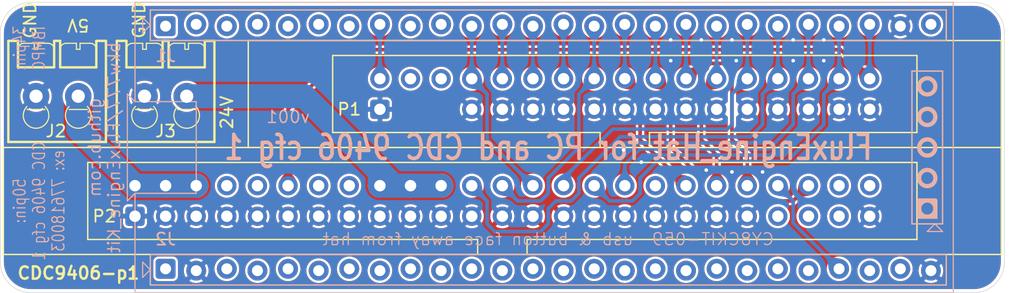
<source format=kicad_pcb>
(kicad_pcb (version 20240108) (generator "pcbnew") (generator_version "8.0")
  (title_block (title "FluxEngine_Hat for PC and CDC 9406 cfg 1") (date "2024-04-24") (rev "001") (company "Brian K. White - b.kenyon.w@gmail.com") (comment 1 "github.com/bkw777/FluxEngine_Kit"))
  (layers (0 "F.Cu" signal) (31 "B.Cu" signal) (34 "B.Paste" user) (35 "F.Paste" user) (36 "B.SilkS" user "B.Silkscreen") (37 "F.SilkS" user "F.Silkscreen") (38 "B.Mask" user) (39 "F.Mask" user) (44 "Edge.Cuts" user))
  (net 0 "")
  (net 1 "GND")
  (net 4 "/SIDE")
  (net 5 "/~{DSB}")
  (net 6 "/~{REDWC}")
  (net 7 "/~{TRK0}")
  (net 8 "/~{MOTB}")
  (net 9 "/~{WGATE}")
  (net 10 "/~{INDEX}")
  (net 11 "/~{WPROT}")
  (net 12 "/~{DSA}")
  (net 13 "/~{MOTA}")
  (net 14 "/~{STEP}")
  (net 15 "/DIR")
  (net 48 "/5VDC")
  (net 49 "/24VDC")
  (net 56 "/~{DSKCHG}")
  (net 60 "/~{WDATA}")
  (net 61 "/~{RDATA}")
  (net 63 "/~{TG43}")
  (footprint "000_LOCAL:IDC-Header_2x17_P2.54mm_Latch_Vertical - FDD" (layer "F.Cu") (at 133.985 93.345 90)
    (property "Reference" "P1" (at 0 -2.54 0) (layer "F.SilkS"))
    (property "Value" "FDD_IBMPC_host")
    (fp_line (start 5.715 -10.922) (end 5.715 51.562) (stroke (width 0.12)) (layer "F.SilkS"))
    (fp_line (start -3.175 -10.922) (end 5.715 -10.922) (stroke (width 0.12)) (layer "F.SilkS"))
    (fp_line (start 4.47 -3.92) (end 4.47 44.56) (stroke (width 0.12)) (layer "F.SilkS"))
    (fp_line (start -1.93 -3.92) (end 4.47 -3.92) (stroke (width 0.12)) (layer "F.SilkS"))
    (fp_line (start -1.93 18.27) (end -1.93 -3.92) (stroke (width 0.12)) (layer "F.SilkS"))
    (fp_line (start -3.175 18.27) (end -1.93 18.27) (stroke (width 0.12)) (layer "F.SilkS"))
    (fp_line (start -1.93 22.37) (end -1.93 22.37) (stroke (width 0.12)) (layer "F.SilkS"))
    (fp_line (start -1.93 22.37) (end -3.175 22.37) (stroke (width 0.12)) (layer "F.SilkS"))
    (fp_line (start 4.47 44.56) (end -1.93 44.56) (stroke (width 0.12)) (layer "F.SilkS"))
    (fp_line (start -1.93 44.56) (end -1.93 22.37) (stroke (width 0.12)) (layer "F.SilkS"))
    (fp_line (start 5.715 51.562) (end -3.175 51.562) (stroke (width 0.12)) (layer "F.SilkS"))
    (fp_line (start -3.175 51.562) (end -3.175 -10.922) (stroke (width 0.12)) (layer "F.SilkS"))
    (pad "1" thru_hole roundrect (at 0 0 90) (size 1.6 1.6) (drill 0.95) (layers "*.Cu" "*.Mask") (roundrect_rratio 0.15625) (net 1 "GND"))
    (pad "2" thru_hole circle (at 2.54 0 90) (size 1.6 1.6) (drill 0.95) (layers "*.Cu" "*.Mask") (net 6 "/~{REDWC}"))
    (pad "4" thru_hole circle (at 2.54 2.54 90) (size 1.6 1.6) (drill 0.95) (layers "*.Cu" "*.Mask"))
    (pad "6" thru_hole circle (at 2.54 5.08 90) (size 1.6 1.6) (drill 0.95) (layers "*.Cu" "*.Mask"))
    (pad "7" thru_hole circle (at 0 7.62 90) (size 1.6 1.6) (drill 0.95) (layers "*.Cu" "*.Mask") (net 1 "GND"))
    (pad "8" thru_hole circle (at 2.54 7.62 90) (size 1.6 1.6) (drill 0.95) (layers "*.Cu" "*.Mask") (net 10 "/~{INDEX}"))
    (pad "9" thru_hole circle (at 0 10.16 90) (size 1.6 1.6) (drill 0.95) (layers "*.Cu" "*.Mask") (net 1 "GND"))
    (pad "10" thru_hole circle (at 2.54 10.16 90) (size 1.6 1.6) (drill 0.95) (layers "*.Cu" "*.Mask") (net 8 "/~{MOTB}"))
    (pad "11" thru_hole circle (at 0 12.7 90) (size 1.6 1.6) (drill 0.95) (layers "*.Cu" "*.Mask") (net 1 "GND"))
    (pad "12" thru_hole circle (at 2.54 12.7 90) (size 1.6 1.6) (drill 0.95) (layers "*.Cu" "*.Mask") (net 12 "/~{DSA}"))
    (pad "13" thru_hole circle (at 0 15.24 90) (size 1.6 1.6) (drill 0.95) (layers "*.Cu" "*.Mask") (net 1 "GND"))
    (pad "14" thru_hole circle (at 2.54 15.24 90) (size 1.6 1.6) (drill 0.95) (layers "*.Cu" "*.Mask") (net 5 "/~{DSB}"))
    (pad "15" thru_hole circle (at 0 17.78 90) (size 1.6 1.6) (drill 0.95) (layers "*.Cu" "*.Mask") (net 1 "GND"))
    (pad "16" thru_hole circle (at 2.54 17.78 90) (size 1.6 1.6) (drill 0.95) (layers "*.Cu" "*.Mask") (net 13 "/~{MOTA}"))
    (pad "17" thru_hole circle (at 0 20.32 90) (size 1.6 1.6) (drill 0.95) (layers "*.Cu" "*.Mask") (net 1 "GND"))
    (pad "18" thru_hole circle (at 2.54 20.32 90) (size 1.6 1.6) (drill 0.95) (layers "*.Cu" "*.Mask") (net 15 "/DIR"))
    (pad "19" thru_hole circle (at 0 22.86 90) (size 1.6 1.6) (drill 0.95) (layers "*.Cu" "*.Mask") (net 1 "GND"))
    (pad "20" thru_hole circle (at 2.54 22.86 90) (size 1.6 1.6) (drill 0.95) (layers "*.Cu" "*.Mask") (net 14 "/~{STEP}"))
    (pad "21" thru_hole circle (at 0 25.4 90) (size 1.6 1.6) (drill 0.95) (layers "*.Cu" "*.Mask") (net 1 "GND"))
    (pad "22" thru_hole circle (at 2.54 25.4 90) (size 1.6 1.6) (drill 0.95) (layers "*.Cu" "*.Mask") (net 60 "/~{WDATA}"))
    (pad "23" thru_hole circle (at 0 27.94 90) (size 1.6 1.6) (drill 0.95) (layers "*.Cu" "*.Mask") (net 1 "GND"))
    (pad "24" thru_hole circle (at 2.54 27.94 90) (size 1.6 1.6) (drill 0.95) (layers "*.Cu" "*.Mask") (net 9 "/~{WGATE}"))
    (pad "25" thru_hole circle (at 0 30.48 90) (size 1.6 1.6) (drill 0.95) (layers "*.Cu" "*.Mask") (net 1 "GND"))
    (pad "26" thru_hole circle (at 2.54 30.48 90) (size 1.6 1.6) (drill 0.95) (layers "*.Cu" "*.Mask") (net 7 "/~{TRK0}"))
    (pad "27" thru_hole circle (at 0 33.02 90) (size 1.6 1.6) (drill 0.95) (layers "*.Cu" "*.Mask") (net 1 "GND"))
    (pad "28" thru_hole circle (at 2.54 33.02 90) (size 1.6 1.6) (drill 0.95) (layers "*.Cu" "*.Mask") (net 11 "/~{WPROT}"))
    (pad "29" thru_hole circle (at 0 35.56 90) (size 1.6 1.6) (drill 0.95) (layers "*.Cu" "*.Mask") (net 1 "GND"))
    (pad "30" thru_hole circle (at 2.54 35.56 90) (size 1.6 1.6) (drill 0.95) (layers "*.Cu" "*.Mask") (net 61 "/~{RDATA}"))
    (pad "31" thru_hole circle (at 0 38.1 90) (size 1.6 1.6) (drill 0.95) (layers "*.Cu" "*.Mask") (net 1 "GND"))
    (pad "32" thru_hole circle (at 2.54 38.1 90) (size 1.6 1.6) (drill 0.95) (layers "*.Cu" "*.Mask") (net 4 "/SIDE"))
    (pad "33" thru_hole circle (at 0 40.64 90) (size 1.6 1.6) (drill 0.95) (layers "*.Cu" "*.Mask") (net 1 "GND"))
    (pad "34" thru_hole circle (at 2.54 40.64 90) (size 1.6 1.6) (drill 0.95) (layers "*.Cu" "*.Mask") (net 56 "/~{DSKCHG}"))
  )
  (footprint "000_LOCAL:IDC-Header_2x25_P2.54mm_Latch_Vertical" (layer "F.Cu") (at 113.665001 102.235001 90)
    (property "Reference" "P2" (at 0 -2.54 0) (layer "F.SilkS"))
    (property "Value" "CDC_9406_type_1")
    (fp_line (start 5.715 -10.922) (end 5.715 71.882) (stroke (width 0.12)) (layer "F.SilkS"))
    (fp_line (start -3.175 -10.922) (end 5.715 -10.922) (stroke (width 0.12)) (layer "F.SilkS"))
    (fp_line (start 4.47 -3.92) (end 4.47 64.88) (stroke (width 0.12)) (layer "F.SilkS"))
    (fp_line (start -1.930001 -3.92) (end 4.47 -3.92) (stroke (width 0.12)) (layer "F.SilkS"))
    (fp_line (start -1.93 28.43) (end -1.930001 -3.92) (stroke (width 0.12)) (layer "F.SilkS"))
    (fp_line (start -3.175 28.43) (end -1.93 28.43) (stroke (width 0.12)) (layer "F.SilkS"))
    (fp_line (start -1.93 32.530001) (end -1.93 32.530001) (stroke (width 0.12)) (layer "F.SilkS"))
    (fp_line (start -1.93 32.530001) (end -3.175 32.530001) (stroke (width 0.12)) (layer "F.SilkS"))
    (fp_line (start 4.47 64.88) (end -1.93 64.88) (stroke (width 0.12)) (layer "F.SilkS"))
    (fp_line (start -1.93 64.88) (end -1.93 32.530001) (stroke (width 0.12)) (layer "F.SilkS"))
    (fp_line (start 5.715 71.882) (end -3.175 71.882001) (stroke (width 0.12)) (layer "F.SilkS"))
    (fp_line (start -3.175 71.882001) (end -3.175 -10.922) (stroke (width 0.12)) (layer "F.SilkS"))
    (pad "1" thru_hole roundrect (at 0 0 90) (size 1.6 1.6) (drill 0.95) (layers "*.Cu" "*.Mask") (roundrect_rratio 0.15625) (net 1 "GND"))
    (pad "2" thru_hole circle (at 2.54 0 90) (size 1.6 1.6) (drill 0.95) (layers "*.Cu" "*.Mask") (net 48 "/5VDC"))
    (pad "3" thru_hole circle (at 0 2.54 90) (size 1.6 1.6) (drill 0.95) (layers "*.Cu" "*.Mask") (net 1 "GND"))
    (pad "4" thru_hole circle (at 2.54 2.54 90) (size 1.6 1.6) (drill 0.95) (layers "*.Cu" "*.Mask") (net 48 "/5VDC"))
    (pad "5" thru_hole circle (at 0 5.079999 90) (size 1.6 1.6) (drill 0.95) (layers "*.Cu" "*.Mask") (net 1 "GND"))
    (pad "6" thru_hole circle (at 2.54 5.08 90) (size 1.6 1.6) (drill 0.95) (layers "*.Cu" "*.Mask") (net 48 "/5VDC"))
    (pad "7" thru_hole circle (at 0 7.62 90) (size 1.6 1.6) (drill 0.95) (layers "*.Cu" "*.Mask") (net 1 "GND"))
    (pad "8" thru_hole circle (at 2.54 7.62 90) (size 1.6 1.6) (drill 0.95) (layers "*.Cu" "*.Mask"))
    (pad "9" thru_hole circle (at 0 10.16 90) (size 1.6 1.6) (drill 0.95) (layers "*.Cu" "*.Mask") (net 1 "GND"))
    (pad "10" thru_hole circle (at 2.54 10.16 90) (size 1.6 1.6) (drill 0.95) (layers "*.Cu" "*.Mask"))
    (pad "11" thru_hole circle (at 0 12.7 90) (size 1.6 1.6) (drill 0.95) (layers "*.Cu" "*.Mask") (net 1 "GND"))
    (pad "12" thru_hole circle (at 2.54 12.7 90) (size 1.6 1.6) (drill 0.95) (layers "*.Cu" "*.Mask") (net 56 "/~{DSKCHG}"))
    (pad "13" thru_hole circle (at 0 15.24 90) (size 1.6 1.6) (drill 0.95) (layers "*.Cu" "*.Mask") (net 1 "GND"))
    (pad "14" thru_hole circle (at 2.54 15.24 90) (size 1.6 1.6) (drill 0.95) (layers "*.Cu" "*.Mask"))
    (pad "15" thru_hole circle (at 0 17.780001 90) (size 1.6 1.6) (drill 0.95) (layers "*.Cu" "*.Mask") (net 1 "GND"))
    (pad "16" thru_hole circle (at 2.54 17.78 90) (size 1.6 1.6) (drill 0.95) (layers "*.Cu" "*.Mask"))
    (pad "17" thru_hole circle (at 0 20.32 90) (size 1.6 1.6) (drill 0.95) (layers "*.Cu" "*.Mask") (net 1 "GND"))
    (pad "18" thru_hole circle (at 2.54 20.32 90) (size 1.6 1.6) (drill 0.95) (layers "*.Cu" "*.Mask") (net 49 "/24VDC"))
    (pad "19" thru_hole circle (at 0 22.86 90) (size 1.6 1.6) (drill 0.95) (layers "*.Cu" "*.Mask") (net 1 "GND"))
    (pad "20" thru_hole circle (at 2.54 22.86 90) (size 1.6 1.6) (drill 0.95) (layers "*.Cu" "*.Mask") (net 49 "/24VDC"))
    (pad "21" thru_hole circle (at 0 25.4 90) (size 1.6 1.6) (drill 0.95) (layers "*.Cu" "*.Mask") (net 1 "GND"))
    (pad "22" thru_hole circle (at 2.54 25.4 90) (size 1.6 1.6) (drill 0.95) (layers "*.Cu" "*.Mask") (net 49 "/24VDC"))
    (pad "23" thru_hole circle (at 0 27.939999 90) (size 1.6 1.6) (drill 0.95) (layers "*.Cu" "*.Mask") (net 1 "GND"))
    (pad "24" thru_hole circle (at 2.54 27.94 90) (size 1.6 1.6) (drill 0.95) (layers "*.Cu" "*.Mask") (net 11 "/~{WPROT}"))
    (pad "25" thru_hole circle (at 0 30.48 90) (size 1.6 1.6) (drill 0.95) (layers "*.Cu" "*.Mask") (net 1 "GND"))
    (pad "26" thru_hole circle (at 2.54 30.48 90) (size 1.6 1.6) (drill 0.95) (layers "*.Cu" "*.Mask") (net 13 "/~{MOTA}"))
    (pad "27" thru_hole circle (at 0 33.02 90) (size 1.6 1.6) (drill 0.95) (layers "*.Cu" "*.Mask") (net 1 "GND"))
    (pad "28" thru_hole circle (at 2.54 33.02 90) (size 1.6 1.6) (drill 0.95) (layers "*.Cu" "*.Mask") (net 10 "/~{INDEX}"))
    (pad "29" thru_hole circle (at 0 35.56 90) (size 1.6 1.6) (drill 0.95) (layers "*.Cu" "*.Mask") (net 1 "GND"))
    (pad "30" thru_hole circle (at 2.54 35.56 90) (size 1.6 1.6) (drill 0.95) (layers "*.Cu" "*.Mask") (net 7 "/~{TRK0}"))
    (pad "31" thru_hole circle (at 0 38.099999 90) (size 1.6 1.6) (drill 0.95) (layers "*.Cu" "*.Mask") (net 1 "GND"))
    (pad "32" thru_hole circle (at 2.54 38.1 90) (size 1.6 1.6) (drill 0.95) (layers "*.Cu" "*.Mask") (net 4 "/SIDE"))
    (pad "33" thru_hole circle (at 0 40.640001 90) (size 1.6 1.6) (drill 0.95) (layers "*.Cu" "*.Mask") (net 1 "GND"))
    (pad "34" thru_hole circle (at 2.54 40.64 90) (size 1.6 1.6) (drill 0.95) (layers "*.Cu" "*.Mask") (net 61 "/~{RDATA}"))
    (pad "35" thru_hole circle (at 0 43.18 90) (size 1.6 1.6) (drill 0.95) (layers "*.Cu" "*.Mask") (net 1 "GND"))
    (pad "36" thru_hole circle (at 2.54 43.18 90) (size 1.6 1.6) (drill 0.95) (layers "*.Cu" "*.Mask"))
    (pad "37" thru_hole circle (at 0 45.72 90) (size 1.6 1.6) (drill 0.95) (layers "*.Cu" "*.Mask") (net 1 "GND"))
    (pad "38" thru_hole circle (at 2.54 45.72 90) (size 1.6 1.6) (drill 0.95) (layers "*.Cu" "*.Mask") (net 15 "/DIR"))
    (pad "39" thru_hole circle (at 0 48.26 90) (size 1.6 1.6) (drill 0.95) (layers "*.Cu" "*.Mask") (net 1 "GND"))
    (pad "40" thru_hole circle (at 2.54 48.26 90) (size 1.6 1.6) (drill 0.95) (layers "*.Cu" "*.Mask") (net 9 "/~{WGATE}"))
    (pad "41" thru_hole circle (at 0 50.799999 90) (size 1.6 1.6) (drill 0.95) (layers "*.Cu" "*.Mask") (net 1 "GND"))
    (pad "42" thru_hole circle (at 2.54 50.8 90) (size 1.6 1.6) (drill 0.95) (layers "*.Cu" "*.Mask") (net 60 "/~{WDATA}"))
    (pad "43" thru_hole circle (at 0 53.34 90) (size 1.6 1.6) (drill 0.95) (layers "*.Cu" "*.Mask"))
    (pad "44" thru_hole circle (at 2.54 53.34 90) (size 1.6 1.6) (drill 0.95) (layers "*.Cu" "*.Mask") (net 63 "/~{TG43}"))
    (pad "45" thru_hole circle (at 0 55.88 90) (size 1.6 1.6) (drill 0.95) (layers "*.Cu" "*.Mask"))
    (pad "46" thru_hole circle (at 2.54 55.88 90) (size 1.6 1.6) (drill 0.95) (layers "*.Cu" "*.Mask") (net 14 "/~{STEP}"))
    (pad "47" thru_hole circle (at 0 58.42 90) (size 1.6 1.6) (drill 0.95) (layers "*.Cu" "*.Mask"))
    (pad "48" thru_hole circle (at 2.54 58.42 90) (size 1.6 1.6) (drill 0.95) (layers "*.Cu" "*.Mask"))
    (pad "49" thru_hole circle (at 0 60.959999 90) (size 1.6 1.6) (drill 0.95) (layers "*.Cu" "*.Mask") (net 1 "GND"))
    (pad "50" thru_hole circle (at 2.54 60.96 90) (size 1.6 1.6) (drill 0.95) (layers "*.Cu" "*.Mask"))
  )
  (footprint "000_LOCAL:ScrewTerminal_1x02_P3.5mm_vertical" (layer "F.Cu") (at 107.205001 91.859999)
    (property "Reference" "J2" (at -0.1 3.3 0) (layer "F.SilkS") (effects (font (size 1.000843 1.000843))))
    (property "Value" "5V" (at 1.75 -5.5 180) (layer "F.SilkS"))
    (fp_line (start -4.05 -4.2) (end -4.05 4.2) (stroke (width 0.2)) (layer "F.SilkS"))
    (fp_line (start -4.05 4.2) (end 4.05 4.2) (stroke (width 0.2)) (layer "F.SilkS"))
    (fp_line (start -3.25 -4.2) (end -4.05 -4.2) (stroke (width 0.2)) (layer "F.SilkS"))
    (fp_line (start -3.25 -2) (end -3.25 -4.2) (stroke (width 0.2)) (layer "F.SilkS"))
    (fp_line (start -2.75 -4) (end -1.9 -4) (stroke (width 0.1)) (layer "F.SilkS"))
    (fp_line (start -2.5 1.5) (end -1 1.5) (stroke (width 0.1)) (layer "F.SilkS"))
    (fp_line (start -1.9 -4) (end -1.9 -3.5) (stroke (width 0.1)) (layer "F.SilkS"))
    (fp_line (start -1.9 -3.5) (end -1.6 -3.5) (stroke (width 0.1)) (layer "F.SilkS"))
    (fp_line (start -1.6 -3.999998) (end -0.75 -3.999998) (stroke (width 0.1)) (layer "F.SilkS"))
    (fp_line (start -1.6 -3.5) (end -1.6 -4) (stroke (width 0.1)) (layer "F.SilkS"))
    (fp_line (start -0.25 -2) (end -3.25 -2) (stroke (width 0.2)) (layer "F.SilkS"))
    (fp_line (start -0.25 -2) (end -0.25 -4.2) (stroke (width 0.2)) (layer "F.SilkS"))
    (fp_line (start 0.25 -4.2) (end -0.25 -4.2) (stroke (width 0.2)) (layer "F.SilkS"))
    (fp_line (start 0.25 -2) (end 0.25 -4.2) (stroke (width 0.2)) (layer "F.SilkS"))
    (fp_line (start 0.75 -3.999998) (end 1.6 -3.999998) (stroke (width 0.1)) (layer "F.SilkS"))
    (fp_line (start 1 1.5) (end 2.5 1.5) (stroke (width 0.1)) (layer "F.SilkS"))
    (fp_line (start 1.6 -4) (end 1.6 -3.5) (stroke (width 0.1)) (layer "F.SilkS"))
    (fp_line (start 1.6 -3.499998) (end 1.9 -3.499998) (stroke (width 0.1)) (layer "F.SilkS"))
    (fp_line (start 1.9 -3.999998) (end 2.75 -3.999998) (stroke (width 0.1)) (layer "F.SilkS"))
    (fp_line (start 1.9 -3.499998) (end 1.9 -3.999998) (stroke (width 0.1)) (layer "F.SilkS"))
    (fp_line (start 3.25 -2) (end 0.25 -2) (stroke (width 0.2)) (layer "F.SilkS"))
    (fp_line (start 3.25 -2) (end 3.25 -4.2) (stroke (width 0.2)) (layer "F.SilkS"))
    (fp_line (start 4.05 -4.2) (end 3.25 -4.2) (stroke (width 0.2)) (layer "F.SilkS"))
    (fp_line (start 4.05 4.2) (end 4.05 -4.2) (stroke (width 0.2)) (layer "F.SilkS"))
    (fp_arc (start -3.25 -3.5) (mid -3.103553 -3.853553) (end -2.75 -4) (stroke (width 0.1)) (layer "F.SilkS"))
    (fp_arc (start -1 1.25) (mid -1.75 3.06066) (end -2.5 1.25) (stroke (width 0.1)) (layer "F.SilkS"))
    (fp_arc (start -0.75 -3.999998) (mid -0.396447 -3.853552) (end -0.250001 -3.499999) (stroke (width 0.1)) (layer "F.SilkS"))
    (fp_arc (start 0.25 -3.5) (mid 0.396447 -3.853553) (end 0.75 -4) (stroke (width 0.1)) (layer "F.SilkS"))
    (fp_arc (start 2.5 1.25) (mid 1.75 3.06066) (end 1 1.25) (stroke (width 0.1)) (layer "F.SilkS"))
    (fp_arc (start 2.75 -3.999998) (mid 3.103552 -3.853552) (end 3.249999 -3.499999) (stroke (width 0.1)) (layer "F.SilkS"))
    (pad "1" thru_hole circle (at -1.75 0.4) (size 2.2 2.2) (drill 1.1) (layers "*.Cu" "*.Mask") (net 1 "GND") (thermal_bridge_width 0.6))
    (pad "2" thru_hole circle (at 1.75 0.4) (size 2.2 2.2) (drill 1.1) (layers "*.Cu" "*.Mask") (net 48 "/5VDC"))
  )
  (footprint "000_LOCAL:ScrewTerminal_1x02_P3.5mm_vertical" (layer "F.Cu") (at 116.205001 91.859999)
    (property "Reference" "J3" (at 0 3.3 0) (layer "F.SilkS") (effects (font (size 1.000843 1.000843))))
    (property "Value" "24V" (at 4.5 1.75 90) (layer "F.SilkS") (effects (justify top)))
    (fp_line (start -4.05 -4.2) (end -4.05 4.2) (stroke (width 0.2)) (layer "F.SilkS"))
    (fp_line (start -4.05 4.2) (end 4.05 4.2) (stroke (width 0.2)) (layer "F.SilkS"))
    (fp_line (start -3.250001 -4.2) (end -4.05 -4.2) (stroke (width 0.2)) (layer "F.SilkS"))
    (fp_line (start -3.25 -2.000001) (end -3.250001 -4.2) (stroke (width 0.2)) (layer "F.SilkS"))
    (fp_line (start -2.75 -4) (end -1.9 -4) (stroke (width 0.1)) (layer "F.SilkS"))
    (fp_line (start -2.5 1.5) (end -1 1.5) (stroke (width 0.1)) (layer "F.SilkS"))
    (fp_line (start -1.9 -4) (end -1.9 -3.5) (stroke (width 0.1)) (layer "F.SilkS"))
    (fp_line (start -1.9 -3.5) (end -1.6 -3.5) (stroke (width 0.1)) (layer "F.SilkS"))
    (fp_line (start -1.6 -3.999998) (end -0.75 -3.999998) (stroke (width 0.1)) (layer "F.SilkS"))
    (fp_line (start -1.6 -3.5) (end -1.6 -4) (stroke (width 0.1)) (layer "F.SilkS"))
    (fp_line (start -0.25 -2) (end -3.25 -2.000001) (stroke (width 0.2)) (layer "F.SilkS"))
    (fp_line (start -0.25 -2) (end -0.25 -4.2) (stroke (width 0.2)) (layer "F.SilkS"))
    (fp_line (start 0.25 -4.2) (end -0.25 -4.2) (stroke (width 0.2)) (layer "F.SilkS"))
    (fp_line (start 0.25 -2) (end 0.25 -4.2) (stroke (width 0.2)) (layer "F.SilkS"))
    (fp_line (start 0.75 -3.999998) (end 1.6 -3.999998) (stroke (width 0.1)) (layer "F.SilkS"))
    (fp_line (start 1 1.5) (end 2.5 1.5) (stroke (width 0.1)) (layer "F.SilkS"))
    (fp_line (start 1.6 -4) (end 1.6 -3.5) (stroke (width 0.1)) (layer "F.SilkS"))
    (fp_line (start 1.6 -3.499998) (end 1.9 -3.499998) (stroke (width 0.1)) (layer "F.SilkS"))
    (fp_line (start 1.9 -3.999998) (end 2.75 -3.999998) (stroke (width 0.1)) (layer "F.SilkS"))
    (fp_line (start 1.9 -3.499998) (end 1.9 -3.999998) (stroke (width 0.1)) (layer "F.SilkS"))
    (fp_line (start 3.25 -2.000001) (end 0.25 -2) (stroke (width 0.2)) (layer "F.SilkS"))
    (fp_line (start 3.25 -2.000001) (end 3.250001 -4.2) (stroke (width 0.2)) (layer "F.SilkS"))
    (fp_line (start 4.05 -4.2) (end 3.250001 -4.2) (stroke (width 0.2)) (layer "F.SilkS"))
    (fp_line (start 4.05 4.2) (end 4.05 -4.2) (stroke (width 0.2)) (layer "F.SilkS"))
    (fp_arc (start -3.25 -3.5) (mid -3.103553 -3.853553) (end -2.75 -4) (stroke (width 0.1)) (layer "F.SilkS"))
    (fp_arc (start -1 1.25) (mid -1.75 3.06066) (end -2.499999 1.25) (stroke (width 0.1)) (layer "F.SilkS"))
    (fp_arc (start -0.75 -3.999998) (mid -0.396447 -3.853552) (end -0.25 -3.499999) (stroke (width 0.1)) (layer "F.SilkS"))
    (fp_arc (start 0.25 -3.5) (mid 0.396447 -3.853553) (end 0.75 -4) (stroke (width 0.1)) (layer "F.SilkS"))
    (fp_arc (start 2.499999 1.25) (mid 1.749999 3.06066) (end 1 1.25) (stroke (width 0.1)) (layer "F.SilkS"))
    (fp_arc (start 2.75 -3.999998) (mid 3.103552 -3.853552) (end 3.249999 -3.499999) (stroke (width 0.1)) (layer "F.SilkS"))
    (pad "1" thru_hole circle (at -1.75 0.4) (size 2.2 2.2) (drill 1.1) (layers "*.Cu" "*.Mask") (net 1 "GND") (thermal_bridge_width 0.6))
    (pad "2" thru_hole circle (at 1.75 0.4) (size 2.2 2.2) (drill 1.1) (layers "*.Cu" "*.Mask") (net 49 "/24VDC"))
  )
  (footprint "000_LOCAL:CY8CKIT-059 dry fit" (layer "B.Cu") (at 116.205001 86.359999 -90)
    (property "Reference" "J1" (hide yes))
    (property "Value" "CY8CKIT-059")
    (fp_line (start 14.605 3.175) (end 5.715 3.175) (stroke (width 0.1)) (layer "B.SilkS"))
    (fp_line (start 6.35 2.54) (end 5.715 3.175) (stroke (width 0.1)) (layer "B.SilkS"))
    (fp_line (start 6.35 2.54) (end -1.905 2.54) (stroke (width 0.1)) (layer "B.SilkS"))
    (fp_line (start 6.35 2.54) (end 6.35 -2.54) (stroke (width 0.1)) (layer "B.SilkS"))
    (fp_line (start 13.97 2.54) (end 14.605 3.175) (stroke (width 0.1)) (layer "B.SilkS"))
    (fp_line (start 22.225 2.54) (end 13.97 2.54) (stroke (width 0.1)) (layer "B.SilkS"))
    (fp_line (start 22.225 2.54) (end 22.225 -65.3542) (stroke (width 0.1)) (layer "B.SilkS"))
    (fp_line (start -0.635 1.905) (end 0 1.27) (stroke (width 0.1)) (layer "B.SilkS"))
    (fp_line (start 0.635 1.905) (end -0.635 1.905) (stroke (width 0.1)) (layer "B.SilkS"))
    (fp_line (start 19.685 1.905) (end 20.32 1.27) (stroke (width 0.1)) (layer "B.SilkS"))
    (fp_line (start 20.955 1.905) (end 19.685 1.905) (stroke (width 0.1)) (layer "B.SilkS"))
    (fp_line (start 0 1.27) (end 0.635 1.905) (stroke (width 0.1)) (layer "B.SilkS"))
    (fp_line (start 1.27 1.27) (end -1.27 1.27) (stroke (width 0.12)) (layer "B.SilkS"))
    (fp_line (start 20.32 1.27) (end 20.955 1.905) (stroke (width 0.1)) (layer "B.SilkS"))
    (fp_line (start 21.59 1.27) (end 19.05 1.27) (stroke (width 0.12)) (layer "B.SilkS"))
    (fp_line (start 6.35 -2.54) (end 13.97 -2.54) (stroke (width 0.1)) (layer "B.SilkS"))
    (fp_line (start 13.97 -2.54) (end 13.97 2.54) (stroke (width 0.1)) (layer "B.SilkS"))
    (fp_line (start 3.809998 -61.9252) (end 16.509999 -61.925199) (stroke (width 0.12)) (layer "B.SilkS"))
    (fp_line (start 17.145 -63.1952) (end 16.51 -63.8302) (stroke (width 0.1)) (layer "B.SilkS"))
    (fp_line (start 16.51 -63.8302) (end 17.145 -64.4652) (stroke (width 0.1)) (layer "B.SilkS"))
    (fp_line (start 3.809998 -64.4652) (end 3.809998 -61.9252) (stroke (width 0.12)) (layer "B.SilkS"))
    (fp_line (start 3.809998 -64.4652) (end 16.509999 -64.465201) (stroke (width 0.12)) (layer "B.SilkS"))
    (fp_line (start 17.145 -64.4652) (end 17.145 -63.1952) (stroke (width 0.1)) (layer "B.SilkS"))
    (fp_line (start 16.509999 -64.465201) (end 16.509999 -61.925199) (stroke (width 0.12)) (layer "B.SilkS"))
    (fp_line (start -1.27 -64.77) (end -1.27 1.27) (stroke (width 0.12)) (layer "B.SilkS"))
    (fp_line (start 1.27 -64.77) (end 1.27 1.27) (stroke (width 0.12)) (layer "B.SilkS"))
    (fp_line (start 1.27 -64.77) (end -1.27 -64.77) (stroke (width 0.12)) (layer "B.SilkS"))
    (fp_line (start 19.05 -64.77) (end 19.05 1.27) (stroke (width 0.12)) (layer "B.SilkS"))
    (fp_line (start 21.59 -64.77) (end 21.59 1.27) (stroke (width 0.12)) (layer "B.SilkS"))
    (fp_line (start 21.59 -64.77) (end 19.05 -64.77) (stroke (width 0.12)) (layer "B.SilkS"))
    (fp_line (start -1.905 -65.3542) (end -1.905 2.54) (stroke (width 0.1)) (layer "B.SilkS"))
    (fp_line (start 22.225 -65.3542) (end -1.905 -65.3542) (stroke (width 0.1)) (layer "B.SilkS"))
    (fp_rect (start 15.9131 -63.8683) (end 14.5669 -62.5221) (stroke (width 0.35052)) (fill none) (layer "B.SilkS"))
    (fp_circle (center 5.08 -63.1952) (end 5.7531 -63.1952) (stroke (width 0.35052)) (fill none) (layer "B.SilkS"))
    (fp_circle (center 7.62 -63.1952) (end 8.2931 -63.1952) (stroke (width 0.35052)) (fill none) (layer "B.SilkS"))
    (fp_circle (center 10.16 -63.1952) (end 10.8331 -63.1952) (stroke (width 0.35052)) (fill none) (layer "B.SilkS"))
    (fp_circle (center 12.7 -63.1952) (end 13.3731 -63.1952) (stroke (width 0.35052)) (fill none) (layer "B.SilkS"))
    (fp_circle (center 15.24 -63.1952) (end 15.9131 -63.1952) (stroke (width 0.35052)) (fill none) (layer "B.SilkS"))
    (fp_text user "J2" (at 17.78 0 0) (layer "B.SilkS") (effects (justify mirror)))
    (fp_text user "J1" (at 2.54 0 0) (layer "B.SilkS") (effects (justify mirror)))
    (pad "J1_1" thru_hole roundrect (at 0.0762 0 270) (size 1.651 1.651) (drill 0.9144) (layers "*.Cu" "*.Mask") (roundrect_rratio 0.1514233798))
    (pad "J1_2" thru_hole circle (at -0.0762 -2.54 270) (size 1.651 1.651) (drill 0.9144) (layers "*.Cu" "*.Mask"))
    (pad "J1_3" thru_hole circle (at 0.0762 -5.08 270) (size 1.651 1.651) (drill 0.9144) (layers "*.Cu" "*.Mask"))
    (pad "J1_4" thru_hole circle (at -0.0762 -7.62 270) (size 1.651 1.651) (drill 0.9144) (layers "*.Cu" "*.Mask"))
    (pad "J1_5" thru_hole circle (at 0.0762 -10.16 270) (size 1.651 1.651) (drill 0.9144) (layers "*.Cu" "*.Mask"))
    (pad "J1_6" thru_hole circle (at -0.0762 -12.7 270) (size 1.651 1.651) (drill 0.9144) (layers "*.Cu" "*.Mask"))
    (pad "J1_7" thru_hole circle (at 0.0762 -15.24 270) (size 1.651 1.651) (drill 0.9144) (layers "*.Cu" "*.Mask"))
    (pad "J1_8" thru_hole circle (at -0.0762 -17.78 270) (size 1.651 1.651) (drill 0.9144) (layers "*.Cu" "*.Mask") (net 6 "/~{REDWC}"))
    (pad "J1_9" thru_hole circle (at 0.0762 -20.32 270) (size 1.651 1.651) (drill 0.9144) (layers "*.Cu" "*.Mask"))
    (pad "J1_10" thru_hole circle (at -0.0762 -22.86 270) (size 1.651 1.651) (drill 0.9144) (layers "*.Cu" "*.Mask"))
    (pad "J1_11" thru_hole circle (at 0.0762 -25.4 270) (size 1.651 1.651) (drill 0.9144) (layers "*.Cu" "*.Mask") (net 10 "/~{INDEX}"))
    (pad "J1_12" thru_hole circle (at -0.0762 -27.94 270) (size 1.651 1.651) (drill 0.9144) (layers "*.Cu" "*.Mask") (net 8 "/~{MOTB}"))
    (pad "J1_13" thru_hole circle (at 0.0762 -30.48 270) (size 1.651 1.651) (drill 0.9144) (layers "*.Cu" "*.Mask") (net 12 "/~{DSA}"))
    (pad "J1_14" thru_hole circle (at -0.0762 -33.02 270) (size 1.651 1.651) (drill 0.9144) (layers "*.Cu" "*.Mask") (net 5 "/~{DSB}"))
    (pad "J1_15" thru_hole circle (at 0.0762 -35.56 270) (size 1.651 1.651) (drill 0.9144) (layers "*.Cu" "*.Mask") (net 13 "/~{MOTA}"))
    (pad "J1_16" thru_hole circle (at -0.0762 -38.1 270) (size 1.651 1.651) (drill 0.9144) (layers "*.Cu" "*.Mask") (net 15 "/DIR"))
    (pad "J1_17" thru_hole circle (at 0.0762 -40.64 270) (size 1.651 1.651) (drill 0.9144) (layers "*.Cu" "*.Mask") (net 14 "/~{STEP}"))
    (pad "J1_18" thru_hole circle (at -0.0762 -43.18 270) (size 1.651 1.651) (drill 0.9144) (layers "*.Cu" "*.Mask") (net 60 "/~{WDATA}"))
    (pad "J1_19" thru_hole circle (at 0.0762 -45.72 270) (size 1.651 1.651) (drill 0.9144) (layers "*.Cu" "*.Mask") (net 9 "/~{WGATE}"))
    (pad "J1_20" thru_hole circle (at -0.0762 -48.26 270) (size 1.651 1.651) (drill 0.9144) (layers "*.Cu" "*.Mask") (net 7 "/~{TRK0}"))
    (pad "J1_21" thru_hole circle (at 0.0762 -50.8 270) (size 1.651 1.651) (drill 0.9144) (layers "*.Cu" "*.Mask") (net 11 "/~{WPROT}"))
    (pad "J1_22" thru_hole circle (at -0.0762 -53.34 270) (size 1.651 1.651) (drill 0.9144) (layers "*.Cu" "*.Mask") (net 61 "/~{RDATA}"))
    (pad "J1_23" thru_hole circle (at 0.0762 -55.88 270) (size 1.651 1.651) (drill 0.9144) (layers "*.Cu" "*.Mask") (net 4 "/SIDE"))
    (pad "J1_24" thru_hole circle (at -0.0762 -58.42 270) (size 1.651 1.651) (drill 0.9144) (layers "*.Cu" "*.Mask") (net 56 "/~{DSKCHG}"))
    (pad "J1_25" thru_hole circle (at 0.0762 -60.96 270) (size 1.651 1.651) (drill 0.9144) (layers "*.Cu" "*.Mask") (net 1 "GND"))
    (pad "J1_26" thru_hole circle (at -0.0762 -63.5 270) (size 1.651 1.651) (drill 0.9144) (layers "*.Cu" "*.Mask"))
    (pad "J2_1" thru_hole roundrect (at 20.2438 0 270) (size 1.651 1.651) (drill 0.9144) (layers "*.Cu" "*.Mask") (roundrect_rratio 0.1514233798))
    (pad "J2_2" thru_hole circle (at 20.3962 -2.54 270) (size 1.651 1.651) (drill 0.9144) (layers "*.Cu" "*.Mask") (net 1 "GND"))
    (pad "J2_3" thru_hole circle (at 20.2438 -5.08 270) (size 1.651 1.651) (drill 0.9144) (layers "*.Cu" "*.Mask"))
    (pad "J2_4" thru_hole circle (at 20.3962 -7.62 270) (size 1.651 1.651) (drill 0.9144) (layers "*.Cu" "*.Mask"))
    (pad "J2_5" thru_hole circle (at 20.2438 -10.16 270) (size 1.651 1.651) (drill 0.9144) (layers "*.Cu" "*.Mask"))
    (pad "J2_6" thru_hole circle (at 20.3962 -12.7 270) (size 1.651 1.651) (drill 0.9144) (layers "*.Cu" "*.Mask"))
    (pad "J2_7" thru_hole circle (at 20.2438 -15.24 270) (size 1.651 1.651) (drill 0.9144) (layers "*.Cu" "*.Mask"))
    (pad "J2_8" thru_hole circle (at 20.3962 -17.78 270) (size 1.651 1.651) (drill 0.9144) (layers "*.Cu" "*.Mask"))
    (pad "J2_9" thru_hole circle (at 20.2438 -20.32 270) (size 1.651 1.651) (drill 0.9144) (layers "*.Cu" "*.Mask"))
    (pad "J2_10" thru_hole circle (at 20.3962 -22.86 270) (size 1.651 1.651) (drill 0.9144) (layers "*.Cu" "*.Mask"))
    (pad "J2_11" thru_hole circle (at 20.2438 -25.4 270) (size 1.651 1.651) (drill 0.9144) (layers "*.Cu" "*.Mask"))
    (pad "J2_12" thru_hole circle (at 20.3962 -27.94 270) (size 1.651 1.651) (drill 0.9144) (layers "*.Cu" "*.Mask"))
    (pad "J2_13" thru_hole circle (at 20.2438 -30.48 270) (size 1.651 1.651) (drill 0.9144) (layers "*.Cu" "*.Mask"))
    (pad "J2_14" thru_hole circle (at 20.3962 -33.02 270) (size 1.651 1.651) (drill 0.9144) (layers "*.Cu" "*.Mask"))
    (pad "J2_15" thru_hole circle (at 20.2438 -35.56 270) (size 1.651 1.651) (drill 0.9144) (layers "*.Cu" "*.Mask"))
    (pad "J2_16" thru_hole circle (at 20.3962 -38.1 270) (size 1.651 1.651) (drill 0.9144) (layers "*.Cu" "*.Mask"))
    (pad "J2_17" thru_hole circle (at 20.2438 -40.64 270) (size 1.651 1.651) (drill 0.9144) (layers "*.Cu" "*.Mask"))
    (pad "J2_18" thru_hole circle (at 20.3962 -43.18 270) (size 1.651 1.651) (drill 0.9144) (layers "*.Cu" "*.Mask"))
    (pad "J2_19" thru_hole circle (at 20.2438 -45.72 270) (size 1.651 1.651) (drill 0.9144) (layers "*.Cu" "*.Mask"))
    (pad "J2_20" thru_hole circle (at 20.3962 -48.26 270) (size 1.651 1.651) (drill 0.9144) (layers "*.Cu" "*.Mask"))
    (pad "J2_21" thru_hole circle (at 20.2438 -50.8 270) (size 1.651 1.651) (drill 0.9144) (layers "*.Cu" "*.Mask"))
    (pad "J2_22" thru_hole circle (at 20.3962 -53.34 270) (size 1.651 1.651) (drill 0.9144) (layers "*.Cu" "*.Mask"))
    (pad "J2_23" thru_hole circle (at 20.2438 -55.88 270) (size 1.651 1.651) (drill 0.9144) (layers "*.Cu" "*.Mask") (net 63 "/~{TG43}"))
    (pad "J2_24" thru_hole circle (at 20.3962 -58.42 270) (size 1.651 1.651) (drill 0.9144) (layers "*.Cu" "*.Mask"))
    (pad "J2_25" thru_hole circle (at 20.2438 -60.96 270) (size 1.651 1.651) (drill 0.9144) (layers "*.Cu" "*.Mask"))
    (pad "J2_26" thru_hole circle (at 20.3962 -63.5 270) (size 1.651 1.651) (drill 0.9144) (layers "*.Cu" "*.Mask") (net 1 "GND"))
  )
  (gr_arc (start 183.261 84.455001) (mid 185.057051 85.198949) (end 185.801 86.995) (stroke (width 0.05)) (layer "Edge.Cuts"))
  (gr_arc (start 102.489 86.995) (mid 103.232949 85.198948) (end 105.029001 84.454999) (stroke (width 0.05)) (layer "Edge.Cuts"))
  (gr_arc (start 185.801 106.045) (mid 185.057051 107.841051) (end 183.261 108.585) (stroke (width 0.05)) (layer "Edge.Cuts"))
  (gr_line (start 102.489 86.995) (end 102.489 106.045) (stroke (width 0.05)) (layer "Edge.Cuts"))
  (gr_line (start 183.261 84.455001) (end 105.029001 84.454999) (stroke (width 0.05)) (layer "Edge.Cuts"))
  (gr_line (start 185.801 106.045) (end 185.801 86.995) (stroke (width 0.05)) (layer "Edge.Cuts"))
  (gr_line (start 105.029 108.584999) (end 183.261 108.585) (stroke (width 0.05)) (layer "Edge.Cuts"))
  (gr_arc (start 105.029 108.584999) (mid 103.232949 107.841051) (end 102.489 106.045) (stroke (width 0.05)) (layer "Edge.Cuts"))
  (gr_text "${TITLE}" (at 147.955001 96.52 0) (layer "B.SilkS") (effects (font (size 2 1.6) (thickness 0.3)) (justify mirror)))
  (gr_text "34pin:\nIBMPC" (at 103.505001 88.264999 90) (layer "B.SilkS") (effects (font (size 1 0.8) (thickness 0.1)) (justify top mirror)))
  (gr_text "50pin:\nCDC 9406 cfg 1\nex: 77618003" (at 103.505001 100.964999 90) (layer "B.SilkS") (effects (font (size 1 0.8) (thickness 0.1)) (justify top mirror)))
  (gr_text "github.com\nbkw777/FluxEngine_Kit" (at 111.125001 96.519999 90) (layer "B.SilkS") (effects (font (size 1 1) (thickness 0.12)) (justify mirror)))
  (gr_text "v${REVISION}" (at 126.365001 93.979999 0) (layer "B.SilkS") (effects (font (size 1 1) (thickness 0.12)) (justify mirror)))
  (gr_text "CY8CKIT-059  usb & button face away from hat" (at 147.955001 104.139999 0) (layer "B.SilkS") (effects (font (size 1 1) (thickness 0.1)) (justify mirror)))
  (gr_text "CDC9406-p1" (at 103.805001 106.959999 0) (layer "F.SilkS") (effects (font (size 1.016 1.016) (thickness 0.2032) (bold yes)) (justify left)))
  (gr_text "GND" (at 104.955001 87.559999 90) (layer "F.SilkS") (effects (font (size 1 1)) (justify left)))
  (gr_text "GND" (at 114.005001 87.559999 90) (layer "F.SilkS") (effects (font (size 1 1)) (justify left)))
  (via (at 163.195001 87.579199) (size 0.6) (drill 0.3) (layers "F.Cu" "B.Cu") (net 1))
  (via (at 168.275001 89.306399) (size 0.6) (drill 0.3) (layers "F.Cu" "B.Cu") (net 1))
  (via (at 165.735001 98.551999) (size 0.6) (drill 0.3) (layers "F.Cu" "B.Cu") (net 1))
  (via (at 163.195001 98.551999) (size 0.6) (drill 0.3) (layers "F.Cu" "B.Cu") (net 1))
  (via (at 155.676601 97.739199) (size 0.6) (drill 0.3) (layers "F.Cu" "B.Cu") (net 1))
  (via (at 170.815001 87.579199) (size 0.6) (drill 0.3) (layers "F.Cu" "B.Cu") (net 1))
  (via (at 154.203401 96.723199) (size 0.6) (drill 0.3) (layers "F.Cu" "B.Cu") (net 1))
  (via (at 163.550601 89.306399) (size 0.6) (drill 0.3) (layers "F.Cu" "B.Cu") (net 1))
  (via (at 170.815001 89.306399) (size 0.6) (drill 0.3) (layers "F.Cu" "B.Cu") (net 1))
  (via (at 158.115001 89.306399) (size 0.6) (drill 0.3) (layers "F.Cu" "B.Cu") (net 1))
  (via (at 168.275001 87.579199) (size 0.6) (drill 0.3) (layers "F.Cu" "B.Cu") (net 1))
  (via (at 160.655001 87.579199) (size 0.6) (drill 0.3) (layers "F.Cu" "B.Cu") (net 1))
  (via (at 158.115001 87.579199) (size 0.6) (drill 0.3) (layers "F.Cu" "B.Cu") (net 1))
  (via (at 161.061401 98.399599) (size 0.6) (drill 0.3) (layers "F.Cu" "B.Cu") (net 1))
  (segment (start 155.575001 99.059999) (end 156.972001 97.662999) (width 0.3) (layer "B.Cu") (net 4))
  (segment (start 170.815001 92.074999) (end 172.085 90.805) (width 0.3) (layer "B.Cu") (net 4))
  (segment (start 172.085001 90.804999) (end 172.085 90.805) (width 0.3) (layer "B.Cu") (net 4))
  (segment (start 155.575001 100.329999) (end 155.575001 99.059999) (width 0.3) (layer "B.Cu") (net 4))
  (segment (start 151.765001 99.695001) (end 153.034999 100.964999) (width 0.3) (layer "B.Cu") (net 4))
  (segment (start 154.940001 100.964999) (end 155.575001 100.329999) (width 0.3) (layer "B.Cu") (net 4))
  (segment (start 156.972001 97.662999) (end 167.767001 97.662999) (width 0.3) (layer "B.Cu") (net 4))
  (segment (start 167.767001 97.662999) (end 170.815001 94.614999) (width 0.3) (layer "B.Cu") (net 4))
  (segment (start 170.815001 94.614999) (end 170.815001 92.074999) (width 0.3) (layer "B.Cu") (net 4))
  (segment (start 172.085001 86.436199) (end 172.085001 90.804999) (width 0.3) (layer "B.Cu") (net 4))
  (segment (start 153.034999 100.964999) (end 154.940001 100.964999) (width 0.3) (layer "B.Cu") (net 4))
  (segment (start 149.225001 90.804999) (end 149.225 90.805) (width 0.3) (layer "B.Cu") (net 5))
  (segment (start 149.225001 86.283799) (end 149.225001 90.804999) (width 0.3) (layer "B.Cu") (net 5))
  (segment (start 133.985001 90.804999) (end 133.985 90.805) (width 0.3) (layer "B.Cu") (net 6))
  (segment (start 133.985001 86.283799) (end 133.985001 90.804999) (width 0.3) (layer "B.Cu") (net 6))
  (segment (start 163.195001 94.614999) (end 163.195001 92.074999) (width 0.3) (layer "B.Cu") (net 7))
  (segment (start 164.465001 86.283799) (end 164.465001 90.804999) (width 0.3) (layer "B.Cu") (net 7))
  (segment (start 149.225001 99.059999) (end 153.289001 94.995999) (width 0.3) (layer "B.Cu") (net 7))
  (segment (start 164.465001 90.804999) (end 164.465 90.805) (width 0.3) (layer "B.Cu") (net 7))
  (segment (start 162.814001 94.995999) (end 163.195001 94.614999) (width 0.3) (layer "B.Cu") (net 7))
  (segment (start 163.195001 92.074999) (end 164.465 90.805) (width 0.3) (layer "B.Cu") (net 7))
  (segment (start 153.289001 94.995999) (end 162.814001 94.995999) (width 0.3) (layer "B.Cu") (net 7))
  (segment (start 149.225001 99.695001) (end 149.225001 99.059999) (width 0.3) (layer "B.Cu") (net 7))
  (segment (start 144.145001 90.804999) (end 144.145 90.805) (width 0.3) (layer "B.Cu") (net 8))
  (segment (start 144.145001 86.283799) (end 144.145001 90.804999) (width 0.3) (layer "B.Cu") (net 8))
  (segment (start 161.925001 99.695001) (end 161.925001 97.154999) (width 0.3) (layer "F.Cu") (net 9))
  (segment (start 160.655001 92.074999) (end 161.925 90.805) (width 0.3) (layer "F.Cu") (net 9))
  (segment (start 161.925001 97.154999) (end 160.655001 95.884999) (width 0.3) (layer "F.Cu") (net 9))
  (segment (start 160.655001 95.884999) (end 160.655001 92.074999) (width 0.3) (layer "F.Cu") (net 9))
  (segment (start 161.925001 86.436199) (end 161.925001 90.804999) (width 0.3) (layer "B.Cu") (net 9))
  (segment (start 161.925001 90.804999) (end 161.925 90.805) (width 0.3) (layer "B.Cu") (net 9))
  (segment (start 141.605001 90.804999) (end 141.605 90.805) (width 0.3) (layer "B.Cu") (net 10))
  (segment (start 146.685001 99.695001) (end 142.875001 95.885001) (width 0.3) (layer "B.Cu") (net 10))
  (segment (start 142.875001 95.885001) (end 142.875001 92.075001) (width 0.3) (layer "B.Cu") (net 10))
  (segment (start 142.875001 92.075001) (end 141.605 90.805) (width 0.3) (layer "B.Cu") (net 10))
  (segment (start 141.605001 86.436199) (end 141.605001 90.804999) (width 0.3) (layer "B.Cu") (net 10))
  (segment (start 153.924001 95.630999) (end 164.719001 95.630999) (width 0.3) (layer "B.Cu") (net 11))
  (segment (start 167.005001 90.804999) (end 167.005 90.805) (width 0.3) (layer "B.Cu") (net 11))
  (segment (start 141.605001 99.695001) (end 142.875001 100.965001) (width 0.3) (layer "B.Cu") (net 11))
  (segment (start 149.860001 100.964999) (end 150.495001 100.329999) (width 0.3) (layer "B.Cu") (net 11))
  (segment (start 142.875001 100.965001) (end 142.875001 102.869999) (width 0.3) (layer "B.Cu") (net 11))
  (segment (start 147.955001 102.869999) (end 147.955001 101.599999) (width 0.3) (layer "B.Cu") (net 11))
  (segment (start 147.955001 101.599999) (end 148.590001 100.964999) (width 0.3) (layer "B.Cu") (net 11))
  (segment (start 148.590001 100.964999) (end 149.860001 100.964999) (width 0.3) (layer "B.Cu") (net 11))
  (segment (start 165.735001 94.614999) (end 165.735001 92.074999) (width 0.3) (layer "B.Cu") (net 11))
  (segment (start 150.495001 99.059999) (end 153.924001 95.630999) (width 0.3) (layer "B.Cu") (net 11))
  (segment (start 147.320001 103.504999) (end 147.955001 102.869999) (width 0.3) (layer "B.Cu") (net 11))
  (segment (start 165.735001 92.074999) (end 167.005 90.805) (width 0.3) (layer "B.Cu") (net 11))
  (segment (start 167.005001 86.436199) (end 167.005001 90.804999) (width 0.3) (layer "B.Cu") (net 11))
  (segment (start 164.719001 95.630999) (end 165.735001 94.614999) (width 0.3) (layer "B.Cu") (net 11))
  (segment (start 142.875001 102.869999) (end 143.510001 103.504999) (width 0.3) (layer "B.Cu") (net 11))
  (segment (start 150.495001 100.329999) (end 150.495001 99.059999) (width 0.3) (layer "B.Cu") (net 11))
  (segment (start 143.510001 103.504999) (end 147.320001 103.504999) (width 0.3) (layer "B.Cu") (net 11))
  (segment (start 146.685001 90.804999) (end 146.685 90.805) (width 0.3) (layer "B.Cu") (net 12))
  (segment (start 146.685001 86.436199) (end 146.685001 90.804999) (width 0.3) (layer "B.Cu") (net 12))
  (segment (start 151.765001 86.436199) (end 151.765001 90.804999) (width 0.3) (layer "B.Cu") (net 13))
  (segment (start 144.145001 99.695001) (end 145.414999 100.964999) (width 0.3) (layer "B.Cu") (net 13))
  (segment (start 147.955001 100.329999) (end 147.955001 99.059999) (width 0.3) (layer "B.Cu") (net 13))
  (segment (start 147.320001 100.964999) (end 147.955001 100.329999) (width 0.3) (layer "B.Cu") (net 13))
  (segment (start 150.495001 92.074999) (end 151.765 90.805) (width 0.3) (layer "B.Cu") (net 13))
  (segment (start 145.414999 100.964999) (end 147.320001 100.964999) (width 0.3) (layer "B.Cu") (net 13))
  (segment (start 150.495001 96.519999) (end 150.495001 92.074999) (width 0.3) (layer "B.Cu") (net 13))
  (segment (start 151.765001 90.804999) (end 151.765 90.805) (width 0.3) (layer "B.Cu") (net 13))
  (segment (start 147.955001 99.059999) (end 150.495001 96.519999) (width 0.3) (layer "B.Cu") (net 13))
  (segment (start 158.115001 96.519999) (end 158.115001 92.075001) (width 0.3) (layer "F.Cu") (net 14))
  (segment (start 158.115001 92.075001) (end 156.845 90.805) (width 0.3) (layer "F.Cu") (net 14))
  (segment (start 160.655001 99.059999) (end 158.115001 96.519999) (width 0.3) (layer "F.Cu") (net 14))
  (segment (start 160.655001 100.329999) (end 160.655001 99.059999) (width 0.3) (layer "F.Cu") (net 14))
  (segment (start 161.290001 100.964999) (end 160.655001 100.329999) (width 0.3) (layer "F.Cu") (net 14))
  (segment (start 168.275003 100.964999) (end 161.290001 100.964999) (width 0.3) (layer "F.Cu") (net 14))
  (segment (start 169.545001 99.695001) (end 168.275003 100.964999) (width 0.3) (layer "F.Cu") (net 14))
  (segment (start 156.845001 90.804999) (end 156.845 90.805) (width 0.3) (layer "B.Cu") (net 14))
  (segment (start 156.845001 86.436199) (end 156.845001 90.804999) (width 0.3) (layer "B.Cu") (net 14))
  (segment (start 155.575001 92.075001) (end 154.305 90.805) (width 0.3) (layer "F.Cu") (net 15))
  (segment (start 159.385001 99.695001) (end 155.575001 95.885001) (width 0.3) (layer "F.Cu") (net 15))
  (segment (start 155.575001 95.885001) (end 155.575001 92.075001) (width 0.3) (layer "F.Cu") (net 15))
  (segment (start 154.305001 90.804999) (end 154.305 90.805) (width 0.3) (layer "B.Cu") (net 15))
  (segment (start 154.305001 86.283799) (end 154.305001 90.804999) (width 0.3) (layer "B.Cu") (net 15))
  (segment (start 113.665001 99.695001) (end 108.955001 94.985001) (width 2) (layer "B.Cu") (net 48))
  (segment (start 118.745001 99.695001) (end 113.665001 99.695001) (width 2) (layer "B.Cu") (net 48))
  (segment (start 108.955001 94.985001) (end 108.955001 92.259999) (width 2) (layer "B.Cu") (net 48))
  (segment (start 117.955001 92.259999) (end 127.705001 92.259999) (width 2) (layer "B.Cu") (net 49))
  (segment (start 136.525001 99.695001) (end 133.985001 99.695001) (width 2) (layer "B.Cu") (net 49))
  (segment (start 127.705001 92.259999) (end 134.055001 98.609999) (width 2) (layer "B.Cu") (net 49))
  (segment (start 133.985001 98.679999) (end 134.055001 98.609999) (width 2) (layer "B.Cu") (net 49))
  (segment (start 133.985001 99.695001) (end 133.985001 98.679999) (width 2) (layer "B.Cu") (net 49))
  (segment (start 134.055001 98.609999) (end 135.140003 99.695001) (width 2) (layer "B.Cu") (net 49))
  (segment (start 135.140003 99.695001) (end 136.525001 99.695001) (width 2) (layer "B.Cu") (net 49))
  (segment (start 139.065001 99.695001) (end 136.525001 99.695001) (width 2) (layer "B.Cu") (net 49))
  (segment (start 172.211999 88.391999) (end 131.318001 88.391999) (width 0.3) (layer "F.Cu") (net 56))
  (segment (start 126.365001 93.344999) (end 126.365001 99.695001) (width 0.3) (layer "F.Cu") (net 56))
  (segment (start 131.318001 88.391999) (end 126.365001 93.344999) (width 0.3) (layer "F.Cu") (net 56))
  (segment (start 174.625 90.805) (end 172.211999 88.391999) (width 0.3) (layer "F.Cu") (net 56))
  (segment (start 174.625001 90.804999) (end 174.625 90.805) (width 0.3) (layer "B.Cu") (net 56))
  (segment (start 174.625001 86.283799) (end 174.625001 90.804999) (width 0.3) (layer "B.Cu") (net 56))
  (segment (start 160.655001 89.534999) (end 159.385 90.805) (width 0.3) (layer "F.Cu") (net 60))
  (segment (start 164.465001 97.154999) (end 163.195001 95.884999) (width 0.3) (layer "F.Cu") (net 60))
  (segment (start 164.465001 99.695001) (end 164.465001 97.154999) (width 0.3) (layer "F.Cu") (net 60))
  (segment (start 163.195001 90.169999) (end 162.560001 89.534999) (width 0.3) (layer "F.Cu") (net 60))
  (segment (start 163.195001 95.884999) (end 163.195001 90.169999) (width 0.3) (layer "F.Cu") (net 60))
  (segment (start 162.560001 89.534999) (end 160.655001 89.534999) (width 0.3) (layer "F.Cu") (net 60))
  (segment (start 159.385001 90.804999) (end 159.385 90.805) (width 0.3) (layer "B.Cu") (net 60))
  (segment (start 159.385001 86.283799) (end 159.385001 90.804999) (width 0.3) (layer "B.Cu") (net 60))
  (segment (start 168.275001 94.614999) (end 168.275001 92.074999) (width 0.3) (layer "B.Cu") (net 61))
  (segment (start 154.305001 99.695001) (end 154.305001 97.916999) (width 0.3) (layer "B.Cu") (net 61))
  (segment (start 168.275001 92.074999) (end 169.545 90.805) (width 0.3) (layer "B.Cu") (net 61))
  (segment (start 169.545001 86.283799) (end 169.545001 90.804999) (width 0.3) (layer "B.Cu") (net 61))
  (segment (start 169.545001 90.804999) (end 169.545 90.805) (width 0.3) (layer "B.Cu") (net 61))
  (segment (start 155.575001 96.646999) (end 166.243001 96.646999) (width 0.3) (layer "B.Cu") (net 61))
  (segment (start 154.305001 97.916999) (end 155.575001 96.646999) (width 0.3) (layer "B.Cu") (net 61))
  (segment (start 166.243001 96.646999) (end 168.275001 94.614999) (width 0.3) (layer "B.Cu") (net 61))
  (segment (start 168.275001 102.793799) (end 172.085001 106.603799) (width 0.3) (layer "B.Cu") (net 63))
  (segment (start 168.275001 100.965001) (end 168.275001 102.793799) (width 0.3) (layer "B.Cu") (net 63))
  (segment (start 167.005001 99.695001) (end 168.275001 100.965001) (width 0.3) (layer "B.Cu") (net 63))
  (zone (net 1) (net_name "GND") (layers "F&B.Cu") (connect_pads (clearance 0.2)) (min_thickness 0.2) (fill yes (thermal_gap 0.2) (thermal_bridge_width 0.4) (smoothing fillet) (radius 0.1))
    (polygon (pts (xy 185.800999 84.454999) (xy 185.800999 108.585001) (xy 102.489 108.585001) (xy 102.489 84.454999)))
  )
)
</source>
